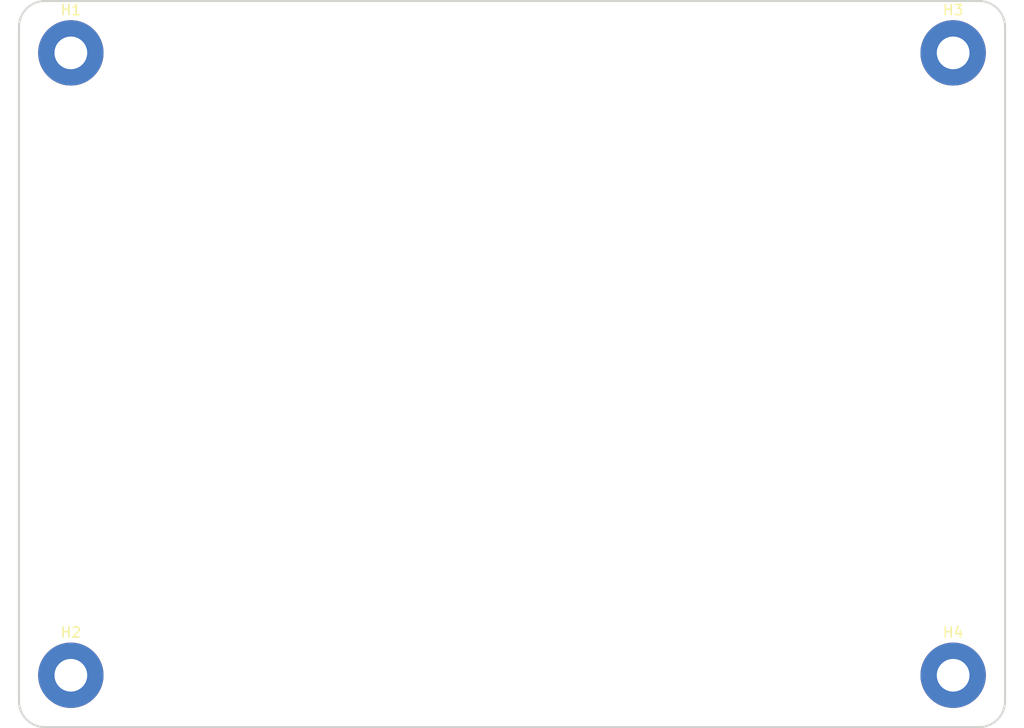
<source format=kicad_pcb>
(kicad_pcb (version 20171130) (host pcbnew 5.1.9)

  (general
    (thickness 1.6)
    (drawings 8)
    (tracks 0)
    (zones 0)
    (modules 4)
    (nets 5)
  )

  (page A4)
  (layers
    (0 F.Cu signal)
    (1 In1.Cu signal)
    (2 In2.Cu signal)
    (31 B.Cu signal)
    (32 B.Adhes user)
    (33 F.Adhes user)
    (34 B.Paste user)
    (35 F.Paste user)
    (36 B.SilkS user)
    (37 F.SilkS user)
    (38 B.Mask user)
    (39 F.Mask user)
    (40 Dwgs.User user)
    (41 Cmts.User user)
    (42 Eco1.User user)
    (43 Eco2.User user)
    (44 Edge.Cuts user)
    (45 Margin user)
    (46 B.CrtYd user)
    (47 F.CrtYd user)
    (48 B.Fab user)
    (49 F.Fab user)
  )

  (setup
    (last_trace_width 0.25)
    (user_trace_width 0.3)
    (user_trace_width 0.5)
    (user_trace_width 2)
    (trace_clearance 0.2)
    (zone_clearance 0.508)
    (zone_45_only no)
    (trace_min 0.2)
    (via_size 0.8)
    (via_drill 0.4)
    (via_min_size 0.45)
    (via_min_drill 0.2)
    (user_via 0.6 0.3)
    (user_via 1.4 0.8)
    (uvia_size 0.45)
    (uvia_drill 0.2)
    (uvias_allowed no)
    (uvia_min_size 0.45)
    (uvia_min_drill 0.2)
    (edge_width 0.2)
    (segment_width 0.2)
    (pcb_text_width 0.3)
    (pcb_text_size 1.5 1.5)
    (mod_edge_width 0.12)
    (mod_text_size 1 1)
    (mod_text_width 0.15)
    (pad_size 1.524 1.524)
    (pad_drill 0.762)
    (pad_to_mask_clearance 0.051)
    (solder_mask_min_width 0.25)
    (aux_axis_origin 0 0)
    (visible_elements 7FFFFFFF)
    (pcbplotparams
      (layerselection 0x010fc_ffffffff)
      (usegerberextensions false)
      (usegerberattributes false)
      (usegerberadvancedattributes false)
      (creategerberjobfile false)
      (excludeedgelayer true)
      (linewidth 0.100000)
      (plotframeref false)
      (viasonmask false)
      (mode 1)
      (useauxorigin false)
      (hpglpennumber 1)
      (hpglpenspeed 20)
      (hpglpendiameter 15.000000)
      (psnegative false)
      (psa4output false)
      (plotreference true)
      (plotvalue true)
      (plotinvisibletext false)
      (padsonsilk false)
      (subtractmaskfromsilk false)
      (outputformat 1)
      (mirror false)
      (drillshape 0)
      (scaleselection 1)
      (outputdirectory "gerber/"))
  )

  (net 0 "")
  (net 1 "Net-(H1-Pad1)")
  (net 2 "Net-(H2-Pad1)")
  (net 3 "Net-(H3-Pad1)")
  (net 4 "Net-(H4-Pad1)")

  (net_class Default "This is the default net class."
    (clearance 0.2)
    (trace_width 0.25)
    (via_dia 0.8)
    (via_drill 0.4)
    (uvia_dia 0.45)
    (uvia_drill 0.2)
    (add_net "Net-(H1-Pad1)")
    (add_net "Net-(H2-Pad1)")
    (add_net "Net-(H3-Pad1)")
    (add_net "Net-(H4-Pad1)")
  )

  (module Mounting_Holes:MountingHole_3.2mm_M3_Pad (layer F.Cu) (tedit 56D1B4CB) (tstamp 5FD01FAE)
    (at 132.08 91.44)
    (descr "Mounting Hole 3.2mm, M3")
    (tags "mounting hole 3.2mm m3")
    (path /5FD57BD8)
    (attr virtual)
    (fp_text reference H4 (at 0 -4.2) (layer F.SilkS)
      (effects (font (size 1 1) (thickness 0.15)))
    )
    (fp_text value MountingHole_Pad (at 0 4.2) (layer F.Fab)
      (effects (font (size 1 1) (thickness 0.15)))
    )
    (fp_circle (center 0 0) (end 3.45 0) (layer F.CrtYd) (width 0.05))
    (fp_circle (center 0 0) (end 3.2 0) (layer Cmts.User) (width 0.15))
    (fp_text user %R (at 0.3 0) (layer F.Fab)
      (effects (font (size 1 1) (thickness 0.15)))
    )
    (pad 1 thru_hole circle (at 0 0) (size 6.4 6.4) (drill 3.2) (layers *.Cu *.Mask)
      (net 4 "Net-(H4-Pad1)"))
  )

  (module Mounting_Holes:MountingHole_3.2mm_M3_Pad (layer F.Cu) (tedit 56D1B4CB) (tstamp 5FD01FAB)
    (at 132.08 30.48)
    (descr "Mounting Hole 3.2mm, M3")
    (tags "mounting hole 3.2mm m3")
    (path /5FD5794D)
    (attr virtual)
    (fp_text reference H3 (at 0 -4.2) (layer F.SilkS)
      (effects (font (size 1 1) (thickness 0.15)))
    )
    (fp_text value MountingHole_Pad (at 0 4.2) (layer F.Fab)
      (effects (font (size 1 1) (thickness 0.15)))
    )
    (fp_circle (center 0 0) (end 3.45 0) (layer F.CrtYd) (width 0.05))
    (fp_circle (center 0 0) (end 3.2 0) (layer Cmts.User) (width 0.15))
    (fp_text user %R (at 0.3 0) (layer F.Fab)
      (effects (font (size 1 1) (thickness 0.15)))
    )
    (pad 1 thru_hole circle (at 0 0) (size 6.4 6.4) (drill 3.2) (layers *.Cu *.Mask)
      (net 3 "Net-(H3-Pad1)"))
  )

  (module Mounting_Holes:MountingHole_3.2mm_M3_Pad (layer F.Cu) (tedit 56D1B4CB) (tstamp 5FD01FA8)
    (at 45.72 91.44)
    (descr "Mounting Hole 3.2mm, M3")
    (tags "mounting hole 3.2mm m3")
    (path /5FD576B7)
    (attr virtual)
    (fp_text reference H2 (at 0 -4.2) (layer F.SilkS)
      (effects (font (size 1 1) (thickness 0.15)))
    )
    (fp_text value MountingHole_Pad (at 0 4.2) (layer F.Fab)
      (effects (font (size 1 1) (thickness 0.15)))
    )
    (fp_circle (center 0 0) (end 3.45 0) (layer F.CrtYd) (width 0.05))
    (fp_circle (center 0 0) (end 3.2 0) (layer Cmts.User) (width 0.15))
    (fp_text user %R (at 0.3 0) (layer F.Fab)
      (effects (font (size 1 1) (thickness 0.15)))
    )
    (pad 1 thru_hole circle (at 0 0) (size 6.4 6.4) (drill 3.2) (layers *.Cu *.Mask)
      (net 2 "Net-(H2-Pad1)"))
  )

  (module Mounting_Holes:MountingHole_3.2mm_M3_Pad (layer F.Cu) (tedit 56D1B4CB) (tstamp 5FD01FA5)
    (at 45.72 30.48)
    (descr "Mounting Hole 3.2mm, M3")
    (tags "mounting hole 3.2mm m3")
    (path /5FD54CAB)
    (attr virtual)
    (fp_text reference H1 (at 0 -4.2) (layer F.SilkS)
      (effects (font (size 1 1) (thickness 0.15)))
    )
    (fp_text value MountingHole_Pad (at 0 4.2) (layer F.Fab)
      (effects (font (size 1 1) (thickness 0.15)))
    )
    (fp_circle (center 0 0) (end 3.45 0) (layer F.CrtYd) (width 0.05))
    (fp_circle (center 0 0) (end 3.2 0) (layer Cmts.User) (width 0.15))
    (fp_text user %R (at 0.3 0) (layer F.Fab)
      (effects (font (size 1 1) (thickness 0.15)))
    )
    (pad 1 thru_hole circle (at 0 0) (size 6.4 6.4) (drill 3.2) (layers *.Cu *.Mask)
      (net 1 "Net-(H1-Pad1)"))
  )

  (gr_line (start 137.16 93.98) (end 137.16 27.94) (layer Edge.Cuts) (width 0.2))
  (gr_arc (start 134.62 93.98) (end 134.62 96.52) (angle -90) (layer Edge.Cuts) (width 0.2))
  (gr_arc (start 43.18 93.98) (end 40.64 93.98) (angle -90) (layer Edge.Cuts) (width 0.2))
  (gr_arc (start 43.18 27.94) (end 43.18 25.4) (angle -90) (layer Edge.Cuts) (width 0.2))
  (gr_arc (start 134.62 27.94) (end 137.16 27.94) (angle -90) (layer Edge.Cuts) (width 0.2))
  (gr_line (start 134.62 25.4) (end 43.18 25.4) (layer Edge.Cuts) (width 0.2) (tstamp 5FD017B7))
  (gr_line (start 43.18 96.52) (end 134.62 96.52) (layer Edge.Cuts) (width 0.2))
  (gr_line (start 40.64 27.94) (end 40.64 93.98) (layer Edge.Cuts) (width 0.2))

)

</source>
